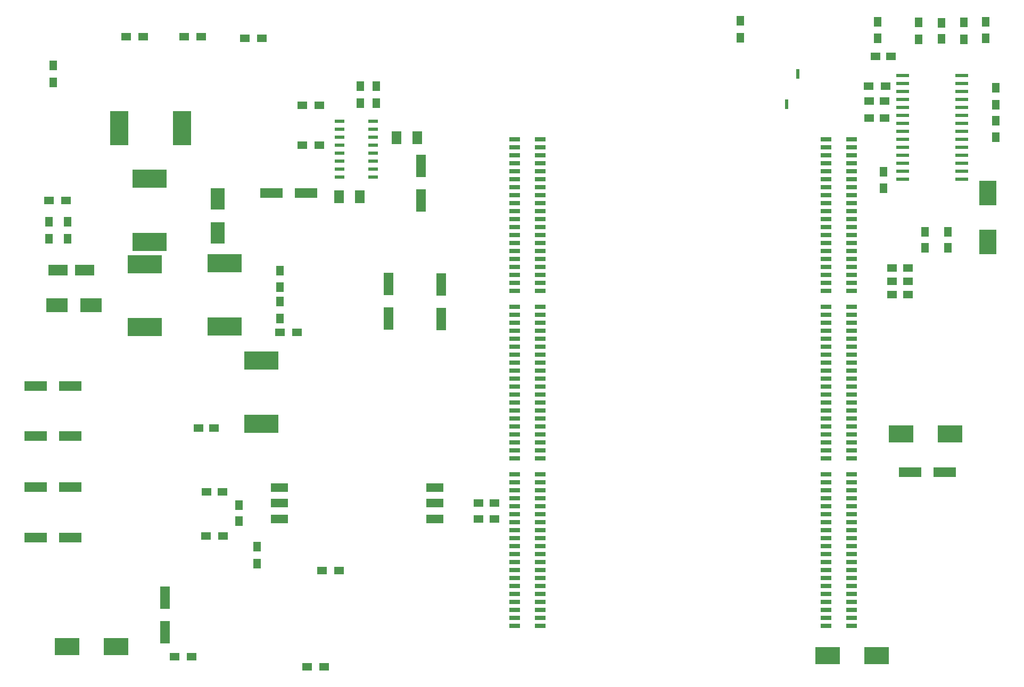
<source format=gbr>
G04 #@! TF.FileFunction,Paste,Top*
%FSLAX46Y46*%
G04 Gerber Fmt 4.6, Leading zero omitted, Abs format (unit mm)*
G04 Created by KiCad (PCBNEW 4.0.2-1.fc23-product) date Thu 28 Jul 2016 11:49:27 AM EEST*
%MOMM*%
G01*
G04 APERTURE LIST*
%ADD10C,0.100000*%
%ADD11R,4.000500X2.700020*%
%ADD12R,1.600200X3.599180*%
%ADD13R,3.599180X1.600200*%
%ADD14R,1.524000X2.032000*%
%ADD15R,3.149600X1.800860*%
%ADD16R,1.500000X1.250000*%
%ADD17R,1.250000X1.500000*%
%ADD18R,2.700020X4.000500*%
%ADD19R,3.500120X2.301240*%
%ADD20R,2.301240X3.500120*%
%ADD21R,2.000000X0.600000*%
%ADD22R,5.400040X2.900680*%
%ADD23R,2.900680X5.400040*%
%ADD24R,0.599440X1.501140*%
%ADD25R,1.500000X1.300000*%
%ADD26R,1.300000X1.500000*%
%ADD27R,1.500000X0.600000*%
%ADD28R,1.798320X0.698500*%
%ADD29R,2.700000X1.350000*%
G04 APERTURE END LIST*
D10*
D11*
X67231260Y-138684000D03*
X75008740Y-138684000D03*
D12*
X126797000Y-86520020D03*
X126797000Y-81018380D03*
D13*
X62273180Y-105156000D03*
X67774820Y-105156000D03*
X99738180Y-66421000D03*
X105239820Y-66421000D03*
D12*
X123571000Y-67647820D03*
X123571000Y-62146180D03*
D13*
X62273180Y-113284000D03*
X67774820Y-113284000D03*
X62273180Y-97155000D03*
X67774820Y-97155000D03*
X62273180Y-121285000D03*
X67774820Y-121285000D03*
D14*
X113792000Y-67056000D03*
X110490000Y-67056000D03*
X122936000Y-57658000D03*
X119634000Y-57658000D03*
D11*
X188262260Y-140081000D03*
X196039740Y-140081000D03*
X207723740Y-104775000D03*
X199946260Y-104775000D03*
D13*
X201338180Y-110871000D03*
X206839820Y-110871000D03*
D15*
X65819020Y-78740000D03*
X70070980Y-78740000D03*
D12*
X118364000Y-86443820D03*
X118364000Y-80942180D03*
D16*
X194838000Y-51816000D03*
X197338000Y-51816000D03*
D17*
X203708000Y-72664000D03*
X203708000Y-75164000D03*
X207391000Y-72664000D03*
X207391000Y-75164000D03*
D16*
X198521000Y-82613500D03*
X201021000Y-82613500D03*
X197338000Y-54483000D03*
X194838000Y-54483000D03*
X198521000Y-80518000D03*
X201021000Y-80518000D03*
X198521000Y-78422500D03*
X201021000Y-78422500D03*
D18*
X213741000Y-66469260D03*
X213741000Y-74246740D03*
D17*
X206375000Y-39390000D03*
X206375000Y-41890000D03*
D16*
X198354000Y-44704000D03*
X195854000Y-44704000D03*
D19*
X65689480Y-84328000D03*
X71089520Y-84328000D03*
D20*
X91186000Y-72804020D03*
X91186000Y-67403980D03*
D21*
X209551000Y-64262000D03*
X209551000Y-62992000D03*
X209551000Y-61722000D03*
X209551000Y-60452000D03*
X209551000Y-59182000D03*
X209551000Y-57912000D03*
X209551000Y-56642000D03*
X209551000Y-55372000D03*
X209551000Y-54102000D03*
X209551000Y-52832000D03*
X209551000Y-51562000D03*
X209551000Y-50292000D03*
X209551000Y-49022000D03*
X209551000Y-47752000D03*
X200151000Y-47752000D03*
X200151000Y-49022000D03*
X200151000Y-50292000D03*
X200151000Y-51562000D03*
X200151000Y-52832000D03*
X200151000Y-54102000D03*
X200151000Y-55372000D03*
X200151000Y-56642000D03*
X200151000Y-57912000D03*
X200151000Y-59182000D03*
X200151000Y-60452000D03*
X200151000Y-61722000D03*
X200151000Y-62992000D03*
X200151000Y-64262000D03*
D22*
X92329000Y-87678260D03*
X92329000Y-77675740D03*
D23*
X85519260Y-56134000D03*
X75516740Y-56134000D03*
D22*
X80391000Y-74216260D03*
X80391000Y-64213740D03*
X79629000Y-77802740D03*
X79629000Y-87805260D03*
D24*
X181711600Y-52362100D03*
X183540400Y-47459900D03*
D25*
X108157000Y-141859000D03*
X105457000Y-141859000D03*
X107395000Y-58801000D03*
X104695000Y-58801000D03*
X107395000Y-52451000D03*
X104695000Y-52451000D03*
D26*
X97497900Y-122742000D03*
X97497900Y-125442000D03*
D25*
X110529360Y-126598680D03*
X107829360Y-126598680D03*
D26*
X113919000Y-52150000D03*
X113919000Y-49450000D03*
X116459000Y-52150000D03*
X116459000Y-49450000D03*
X101092000Y-81487000D03*
X101092000Y-78787000D03*
X101092000Y-83740000D03*
X101092000Y-86440000D03*
D25*
X103839000Y-88646000D03*
X101139000Y-88646000D03*
D26*
X67310000Y-71040000D03*
X67310000Y-73740000D03*
D25*
X67072500Y-67627500D03*
X64372500Y-67627500D03*
D26*
X64389000Y-73740000D03*
X64389000Y-71040000D03*
D25*
X79328000Y-41529000D03*
X76628000Y-41529000D03*
X88599000Y-41529000D03*
X85899000Y-41529000D03*
D26*
X65024000Y-48848000D03*
X65024000Y-46148000D03*
D25*
X98251000Y-41783000D03*
X95551000Y-41783000D03*
D26*
X215011000Y-54911000D03*
X215011000Y-57611000D03*
X215011000Y-52404000D03*
X215011000Y-49704000D03*
X202692000Y-41990000D03*
X202692000Y-39290000D03*
X209931000Y-41990000D03*
X209931000Y-39290000D03*
X213360000Y-41863000D03*
X213360000Y-39163000D03*
D25*
X194738000Y-49403000D03*
X197438000Y-49403000D03*
D26*
X174371000Y-41736000D03*
X174371000Y-39036000D03*
X196215000Y-41863000D03*
X196215000Y-39163000D03*
X197104000Y-65739000D03*
X197104000Y-63039000D03*
D27*
X115984000Y-63881000D03*
X115984000Y-62611000D03*
X115984000Y-61341000D03*
X115984000Y-60071000D03*
X115984000Y-58801000D03*
X115984000Y-57531000D03*
X115984000Y-56261000D03*
X115984000Y-54991000D03*
X110584000Y-54991000D03*
X110584000Y-56261000D03*
X110584000Y-57531000D03*
X110584000Y-58801000D03*
X110584000Y-60071000D03*
X110584000Y-61341000D03*
X110584000Y-62611000D03*
X110584000Y-63881000D03*
D16*
X132735000Y-115824000D03*
X135235000Y-115824000D03*
X132735000Y-118364000D03*
X135235000Y-118364000D03*
D17*
X94589600Y-118700000D03*
X94589600Y-116200000D03*
D16*
X88158000Y-103886000D03*
X90658000Y-103886000D03*
D12*
X82854800Y-136354820D03*
X82854800Y-130853180D03*
D16*
X89478800Y-114046000D03*
X91978800Y-114046000D03*
D22*
X98171000Y-103172260D03*
X98171000Y-93169740D03*
D25*
X84349600Y-140310000D03*
X87049600Y-140310000D03*
X89328000Y-121031000D03*
X92028000Y-121031000D03*
D28*
X192024000Y-135382000D03*
X187960000Y-135382000D03*
X192024000Y-134112000D03*
X187960000Y-134112000D03*
X192024000Y-132842000D03*
X187960000Y-132842000D03*
X192024000Y-131572000D03*
X187960000Y-131572000D03*
X192024000Y-130302000D03*
X187960000Y-130302000D03*
X192024000Y-129032000D03*
X187960000Y-129032000D03*
X192024000Y-127762000D03*
X187960000Y-127762000D03*
X192024000Y-126492000D03*
X187960000Y-126492000D03*
X192024000Y-125222000D03*
X187960000Y-125222000D03*
X192024000Y-123952000D03*
X187960000Y-123952000D03*
X192024000Y-122682000D03*
X187960000Y-122682000D03*
X192024000Y-121412000D03*
X187960000Y-121412000D03*
X192024000Y-120142000D03*
X187960000Y-120142000D03*
X192024000Y-118872000D03*
X187960000Y-118872000D03*
X192024000Y-117602000D03*
X187960000Y-117602000D03*
X192024000Y-116332000D03*
X187960000Y-116332000D03*
X192024000Y-115062000D03*
X187960000Y-115062000D03*
X192024000Y-113792000D03*
X187960000Y-113792000D03*
X192024000Y-112522000D03*
X187960000Y-112522000D03*
X192024000Y-111252000D03*
X187960000Y-111252000D03*
X192024000Y-108712000D03*
X187960000Y-108712000D03*
X192024000Y-107442000D03*
X187960000Y-107442000D03*
X192024000Y-106172000D03*
X187960000Y-106172000D03*
X192024000Y-104902000D03*
X187960000Y-104902000D03*
X192024000Y-103632000D03*
X187960000Y-103632000D03*
X192024000Y-102362000D03*
X187960000Y-102362000D03*
X192024000Y-101092000D03*
X187960000Y-101092000D03*
X192024000Y-99822000D03*
X187960000Y-99822000D03*
X192024000Y-98552000D03*
X187960000Y-98552000D03*
X192024000Y-97282000D03*
X187960000Y-97282000D03*
X192024000Y-96012000D03*
X187960000Y-96012000D03*
X192024000Y-94742000D03*
X187960000Y-94742000D03*
X192024000Y-93472000D03*
X187960000Y-93472000D03*
X192024000Y-92202000D03*
X187960000Y-92202000D03*
X192024000Y-90932000D03*
X187960000Y-90932000D03*
X192024000Y-89662000D03*
X187960000Y-89662000D03*
X192024000Y-88392000D03*
X187960000Y-88392000D03*
X192024000Y-87122000D03*
X187960000Y-87122000D03*
X192024000Y-85852000D03*
X187960000Y-85852000D03*
X192024000Y-84582000D03*
X187960000Y-84582000D03*
X142494000Y-82042000D03*
X138430000Y-82042000D03*
X142494000Y-80772000D03*
X138430000Y-80772000D03*
X142494000Y-79502000D03*
X138430000Y-79502000D03*
X142494000Y-78232000D03*
X138430000Y-78232000D03*
X142494000Y-76962000D03*
X138430000Y-76962000D03*
X142494000Y-75692000D03*
X138430000Y-75692000D03*
X142494000Y-74422000D03*
X138430000Y-74422000D03*
X142494000Y-73152000D03*
X138430000Y-73152000D03*
X142494000Y-71882000D03*
X138430000Y-71882000D03*
X142494000Y-70612000D03*
X138430000Y-70612000D03*
X142494000Y-69342000D03*
X138430000Y-69342000D03*
X142494000Y-68072000D03*
X138430000Y-68072000D03*
X142494000Y-66802000D03*
X138430000Y-66802000D03*
X142494000Y-65532000D03*
X138430000Y-65532000D03*
X142494000Y-64262000D03*
X138430000Y-64262000D03*
X142494000Y-62992000D03*
X138430000Y-62992000D03*
X142494000Y-61722000D03*
X138430000Y-61722000D03*
X142494000Y-60452000D03*
X138430000Y-60452000D03*
X142494000Y-59182000D03*
X138430000Y-59182000D03*
X142494000Y-57912000D03*
X138430000Y-57912000D03*
X142494000Y-108712000D03*
X138430000Y-108712000D03*
X142494000Y-107442000D03*
X138430000Y-107442000D03*
X142494000Y-106172000D03*
X138430000Y-106172000D03*
X142494000Y-104902000D03*
X138430000Y-104902000D03*
X142494000Y-103632000D03*
X138430000Y-103632000D03*
X142494000Y-102362000D03*
X138430000Y-102362000D03*
X142494000Y-101092000D03*
X138430000Y-101092000D03*
X142494000Y-99822000D03*
X138430000Y-99822000D03*
X142494000Y-98552000D03*
X138430000Y-98552000D03*
X142494000Y-97282000D03*
X138430000Y-97282000D03*
X142494000Y-96012000D03*
X138430000Y-96012000D03*
X142494000Y-94742000D03*
X138430000Y-94742000D03*
X142494000Y-93472000D03*
X138430000Y-93472000D03*
X142494000Y-92202000D03*
X138430000Y-92202000D03*
X142494000Y-90932000D03*
X138430000Y-90932000D03*
X142494000Y-89662000D03*
X138430000Y-89662000D03*
X142494000Y-88392000D03*
X138430000Y-88392000D03*
X142494000Y-87122000D03*
X138430000Y-87122000D03*
X142494000Y-85852000D03*
X138430000Y-85852000D03*
X142494000Y-84582000D03*
X138430000Y-84582000D03*
X142494000Y-135382000D03*
X138430000Y-135382000D03*
X142494000Y-134112000D03*
X138430000Y-134112000D03*
X142494000Y-132842000D03*
X138430000Y-132842000D03*
X142494000Y-131572000D03*
X138430000Y-131572000D03*
X142494000Y-130302000D03*
X138430000Y-130302000D03*
X142494000Y-129032000D03*
X138430000Y-129032000D03*
X142494000Y-127762000D03*
X138430000Y-127762000D03*
X142494000Y-126492000D03*
X138430000Y-126492000D03*
X142494000Y-125222000D03*
X138430000Y-125222000D03*
X142494000Y-123952000D03*
X138430000Y-123952000D03*
X142494000Y-122682000D03*
X138430000Y-122682000D03*
X142494000Y-121412000D03*
X138430000Y-121412000D03*
X142494000Y-120142000D03*
X138430000Y-120142000D03*
X142494000Y-118872000D03*
X138430000Y-118872000D03*
X142494000Y-117602000D03*
X138430000Y-117602000D03*
X142494000Y-116332000D03*
X138430000Y-116332000D03*
X142494000Y-115062000D03*
X138430000Y-115062000D03*
X142494000Y-113792000D03*
X138430000Y-113792000D03*
X142494000Y-112522000D03*
X138430000Y-112522000D03*
X142494000Y-111252000D03*
X138430000Y-111252000D03*
X192024000Y-82042000D03*
X187960000Y-82042000D03*
X192024000Y-80772000D03*
X187960000Y-80772000D03*
X192024000Y-79502000D03*
X187960000Y-79502000D03*
X192024000Y-78232000D03*
X187960000Y-78232000D03*
X192024000Y-76962000D03*
X187960000Y-76962000D03*
X192024000Y-75692000D03*
X187960000Y-75692000D03*
X192024000Y-74422000D03*
X187960000Y-74422000D03*
X192024000Y-73152000D03*
X187960000Y-73152000D03*
X192024000Y-71882000D03*
X187960000Y-71882000D03*
X192024000Y-70612000D03*
X187960000Y-70612000D03*
X192024000Y-69342000D03*
X187960000Y-69342000D03*
X192024000Y-68072000D03*
X187960000Y-68072000D03*
X192024000Y-66802000D03*
X187960000Y-66802000D03*
X192024000Y-65532000D03*
X187960000Y-65532000D03*
X192024000Y-64262000D03*
X187960000Y-64262000D03*
X192024000Y-62992000D03*
X187960000Y-62992000D03*
X192024000Y-61722000D03*
X187960000Y-61722000D03*
X192024000Y-60452000D03*
X187960000Y-60452000D03*
X192024000Y-59182000D03*
X187960000Y-59182000D03*
X192024000Y-57912000D03*
X187960000Y-57912000D03*
D29*
X125808000Y-118328000D03*
X125808000Y-115828000D03*
X125808000Y-113328000D03*
X101058000Y-113328000D03*
X101058000Y-115828000D03*
X101058000Y-118328000D03*
M02*

</source>
